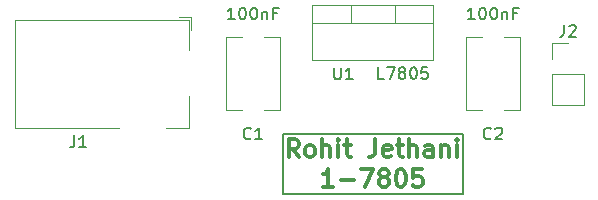
<source format=gto>
G04 #@! TF.GenerationSoftware,KiCad,Pcbnew,(5.0.0)*
G04 #@! TF.CreationDate,2018-09-08T20:06:21+05:30*
G04 #@! TF.ProjectId,1_7805,315F373830352E6B696361645F706362,1.0*
G04 #@! TF.SameCoordinates,Original*
G04 #@! TF.FileFunction,Legend,Top*
G04 #@! TF.FilePolarity,Positive*
%FSLAX46Y46*%
G04 Gerber Fmt 4.6, Leading zero omitted, Abs format (unit mm)*
G04 Created by KiCad (PCBNEW (5.0.0)) date 09/08/18 20:06:21*
%MOMM*%
%LPD*%
G01*
G04 APERTURE LIST*
%ADD10C,0.200000*%
%ADD11C,0.300000*%
%ADD12C,0.120000*%
%ADD13C,0.150000*%
G04 APERTURE END LIST*
D10*
X161290000Y-86360000D02*
X161290000Y-81280000D01*
X176530000Y-86360000D02*
X161290000Y-86360000D01*
X176530000Y-81280000D02*
X176530000Y-86360000D01*
X161290000Y-81280000D02*
X176530000Y-81280000D01*
D11*
X162624285Y-83223571D02*
X162124285Y-82509285D01*
X161767142Y-83223571D02*
X161767142Y-81723571D01*
X162338571Y-81723571D01*
X162481428Y-81795000D01*
X162552857Y-81866428D01*
X162624285Y-82009285D01*
X162624285Y-82223571D01*
X162552857Y-82366428D01*
X162481428Y-82437857D01*
X162338571Y-82509285D01*
X161767142Y-82509285D01*
X163481428Y-83223571D02*
X163338571Y-83152142D01*
X163267142Y-83080714D01*
X163195714Y-82937857D01*
X163195714Y-82509285D01*
X163267142Y-82366428D01*
X163338571Y-82295000D01*
X163481428Y-82223571D01*
X163695714Y-82223571D01*
X163838571Y-82295000D01*
X163910000Y-82366428D01*
X163981428Y-82509285D01*
X163981428Y-82937857D01*
X163910000Y-83080714D01*
X163838571Y-83152142D01*
X163695714Y-83223571D01*
X163481428Y-83223571D01*
X164624285Y-83223571D02*
X164624285Y-81723571D01*
X165267142Y-83223571D02*
X165267142Y-82437857D01*
X165195714Y-82295000D01*
X165052857Y-82223571D01*
X164838571Y-82223571D01*
X164695714Y-82295000D01*
X164624285Y-82366428D01*
X165981428Y-83223571D02*
X165981428Y-82223571D01*
X165981428Y-81723571D02*
X165910000Y-81795000D01*
X165981428Y-81866428D01*
X166052857Y-81795000D01*
X165981428Y-81723571D01*
X165981428Y-81866428D01*
X166481428Y-82223571D02*
X167052857Y-82223571D01*
X166695714Y-81723571D02*
X166695714Y-83009285D01*
X166767142Y-83152142D01*
X166910000Y-83223571D01*
X167052857Y-83223571D01*
X169124285Y-81723571D02*
X169124285Y-82795000D01*
X169052857Y-83009285D01*
X168910000Y-83152142D01*
X168695714Y-83223571D01*
X168552857Y-83223571D01*
X170410000Y-83152142D02*
X170267142Y-83223571D01*
X169981428Y-83223571D01*
X169838571Y-83152142D01*
X169767142Y-83009285D01*
X169767142Y-82437857D01*
X169838571Y-82295000D01*
X169981428Y-82223571D01*
X170267142Y-82223571D01*
X170410000Y-82295000D01*
X170481428Y-82437857D01*
X170481428Y-82580714D01*
X169767142Y-82723571D01*
X170910000Y-82223571D02*
X171481428Y-82223571D01*
X171124285Y-81723571D02*
X171124285Y-83009285D01*
X171195714Y-83152142D01*
X171338571Y-83223571D01*
X171481428Y-83223571D01*
X171981428Y-83223571D02*
X171981428Y-81723571D01*
X172624285Y-83223571D02*
X172624285Y-82437857D01*
X172552857Y-82295000D01*
X172410000Y-82223571D01*
X172195714Y-82223571D01*
X172052857Y-82295000D01*
X171981428Y-82366428D01*
X173981428Y-83223571D02*
X173981428Y-82437857D01*
X173910000Y-82295000D01*
X173767142Y-82223571D01*
X173481428Y-82223571D01*
X173338571Y-82295000D01*
X173981428Y-83152142D02*
X173838571Y-83223571D01*
X173481428Y-83223571D01*
X173338571Y-83152142D01*
X173267142Y-83009285D01*
X173267142Y-82866428D01*
X173338571Y-82723571D01*
X173481428Y-82652142D01*
X173838571Y-82652142D01*
X173981428Y-82580714D01*
X174695714Y-82223571D02*
X174695714Y-83223571D01*
X174695714Y-82366428D02*
X174767142Y-82295000D01*
X174910000Y-82223571D01*
X175124285Y-82223571D01*
X175267142Y-82295000D01*
X175338571Y-82437857D01*
X175338571Y-83223571D01*
X176052857Y-83223571D02*
X176052857Y-82223571D01*
X176052857Y-81723571D02*
X175981428Y-81795000D01*
X176052857Y-81866428D01*
X176124285Y-81795000D01*
X176052857Y-81723571D01*
X176052857Y-81866428D01*
X165552857Y-85773571D02*
X164695714Y-85773571D01*
X165124285Y-85773571D02*
X165124285Y-84273571D01*
X164981428Y-84487857D01*
X164838571Y-84630714D01*
X164695714Y-84702142D01*
X166195714Y-85202142D02*
X167338571Y-85202142D01*
X167910000Y-84273571D02*
X168910000Y-84273571D01*
X168267142Y-85773571D01*
X169695714Y-84916428D02*
X169552857Y-84845000D01*
X169481428Y-84773571D01*
X169410000Y-84630714D01*
X169410000Y-84559285D01*
X169481428Y-84416428D01*
X169552857Y-84345000D01*
X169695714Y-84273571D01*
X169981428Y-84273571D01*
X170124285Y-84345000D01*
X170195714Y-84416428D01*
X170267142Y-84559285D01*
X170267142Y-84630714D01*
X170195714Y-84773571D01*
X170124285Y-84845000D01*
X169981428Y-84916428D01*
X169695714Y-84916428D01*
X169552857Y-84987857D01*
X169481428Y-85059285D01*
X169410000Y-85202142D01*
X169410000Y-85487857D01*
X169481428Y-85630714D01*
X169552857Y-85702142D01*
X169695714Y-85773571D01*
X169981428Y-85773571D01*
X170124285Y-85702142D01*
X170195714Y-85630714D01*
X170267142Y-85487857D01*
X170267142Y-85202142D01*
X170195714Y-85059285D01*
X170124285Y-84987857D01*
X169981428Y-84916428D01*
X171195714Y-84273571D02*
X171338571Y-84273571D01*
X171481428Y-84345000D01*
X171552857Y-84416428D01*
X171624285Y-84559285D01*
X171695714Y-84845000D01*
X171695714Y-85202142D01*
X171624285Y-85487857D01*
X171552857Y-85630714D01*
X171481428Y-85702142D01*
X171338571Y-85773571D01*
X171195714Y-85773571D01*
X171052857Y-85702142D01*
X170981428Y-85630714D01*
X170910000Y-85487857D01*
X170838571Y-85202142D01*
X170838571Y-84845000D01*
X170910000Y-84559285D01*
X170981428Y-84416428D01*
X171052857Y-84345000D01*
X171195714Y-84273571D01*
X173052857Y-84273571D02*
X172338571Y-84273571D01*
X172267142Y-84987857D01*
X172338571Y-84916428D01*
X172481428Y-84845000D01*
X172838571Y-84845000D01*
X172981428Y-84916428D01*
X173052857Y-84987857D01*
X173124285Y-85130714D01*
X173124285Y-85487857D01*
X173052857Y-85630714D01*
X172981428Y-85702142D01*
X172838571Y-85773571D01*
X172481428Y-85773571D01*
X172338571Y-85702142D01*
X172267142Y-85630714D01*
D12*
G04 #@! TO.C,C1*
X161071000Y-73040000D02*
X161071000Y-79280000D01*
X156429000Y-73040000D02*
X156429000Y-79280000D01*
X161071000Y-73040000D02*
X159675000Y-73040000D01*
X157825000Y-73040000D02*
X156429000Y-73040000D01*
X161071000Y-79280000D02*
X159675000Y-79280000D01*
X157825000Y-79280000D02*
X156429000Y-79280000D01*
G04 #@! TO.C,C2*
X178145000Y-79280000D02*
X176749000Y-79280000D01*
X181391000Y-79280000D02*
X179995000Y-79280000D01*
X178145000Y-73040000D02*
X176749000Y-73040000D01*
X181391000Y-73040000D02*
X179995000Y-73040000D01*
X176749000Y-73040000D02*
X176749000Y-79280000D01*
X181391000Y-73040000D02*
X181391000Y-79280000D01*
G04 #@! TO.C,J1*
X153500000Y-72450000D02*
X153500000Y-71400000D01*
X152450000Y-71400000D02*
X153500000Y-71400000D01*
X147400000Y-80800000D02*
X138600000Y-80800000D01*
X138600000Y-80800000D02*
X138600000Y-71600000D01*
X153300000Y-78100000D02*
X153300000Y-80800000D01*
X153300000Y-80800000D02*
X151400000Y-80800000D01*
X138600000Y-71600000D02*
X153300000Y-71600000D01*
X153300000Y-71600000D02*
X153300000Y-74200000D01*
G04 #@! TO.C,J2*
X184090000Y-78800000D02*
X186750000Y-78800000D01*
X184090000Y-76200000D02*
X184090000Y-78800000D01*
X186750000Y-76200000D02*
X186750000Y-78800000D01*
X184090000Y-76200000D02*
X186750000Y-76200000D01*
X184090000Y-74930000D02*
X184090000Y-73600000D01*
X184090000Y-73600000D02*
X185420000Y-73600000D01*
G04 #@! TO.C,U1*
X163790000Y-70390000D02*
X174030000Y-70390000D01*
X163790000Y-75031000D02*
X174030000Y-75031000D01*
X163790000Y-70390000D02*
X163790000Y-75031000D01*
X174030000Y-70390000D02*
X174030000Y-75031000D01*
X163790000Y-71900000D02*
X174030000Y-71900000D01*
X167060000Y-70390000D02*
X167060000Y-71900000D01*
X170761000Y-70390000D02*
X170761000Y-71900000D01*
G04 #@! TO.C,C1*
D13*
X158583333Y-81637142D02*
X158535714Y-81684761D01*
X158392857Y-81732380D01*
X158297619Y-81732380D01*
X158154761Y-81684761D01*
X158059523Y-81589523D01*
X158011904Y-81494285D01*
X157964285Y-81303809D01*
X157964285Y-81160952D01*
X158011904Y-80970476D01*
X158059523Y-80875238D01*
X158154761Y-80780000D01*
X158297619Y-80732380D01*
X158392857Y-80732380D01*
X158535714Y-80780000D01*
X158583333Y-80827619D01*
X159535714Y-81732380D02*
X158964285Y-81732380D01*
X159250000Y-81732380D02*
X159250000Y-80732380D01*
X159154761Y-80875238D01*
X159059523Y-80970476D01*
X158964285Y-81018095D01*
X157202380Y-71572380D02*
X156630952Y-71572380D01*
X156916666Y-71572380D02*
X156916666Y-70572380D01*
X156821428Y-70715238D01*
X156726190Y-70810476D01*
X156630952Y-70858095D01*
X157821428Y-70572380D02*
X157916666Y-70572380D01*
X158011904Y-70620000D01*
X158059523Y-70667619D01*
X158107142Y-70762857D01*
X158154761Y-70953333D01*
X158154761Y-71191428D01*
X158107142Y-71381904D01*
X158059523Y-71477142D01*
X158011904Y-71524761D01*
X157916666Y-71572380D01*
X157821428Y-71572380D01*
X157726190Y-71524761D01*
X157678571Y-71477142D01*
X157630952Y-71381904D01*
X157583333Y-71191428D01*
X157583333Y-70953333D01*
X157630952Y-70762857D01*
X157678571Y-70667619D01*
X157726190Y-70620000D01*
X157821428Y-70572380D01*
X158773809Y-70572380D02*
X158869047Y-70572380D01*
X158964285Y-70620000D01*
X159011904Y-70667619D01*
X159059523Y-70762857D01*
X159107142Y-70953333D01*
X159107142Y-71191428D01*
X159059523Y-71381904D01*
X159011904Y-71477142D01*
X158964285Y-71524761D01*
X158869047Y-71572380D01*
X158773809Y-71572380D01*
X158678571Y-71524761D01*
X158630952Y-71477142D01*
X158583333Y-71381904D01*
X158535714Y-71191428D01*
X158535714Y-70953333D01*
X158583333Y-70762857D01*
X158630952Y-70667619D01*
X158678571Y-70620000D01*
X158773809Y-70572380D01*
X159535714Y-70905714D02*
X159535714Y-71572380D01*
X159535714Y-71000952D02*
X159583333Y-70953333D01*
X159678571Y-70905714D01*
X159821428Y-70905714D01*
X159916666Y-70953333D01*
X159964285Y-71048571D01*
X159964285Y-71572380D01*
X160773809Y-71048571D02*
X160440476Y-71048571D01*
X160440476Y-71572380D02*
X160440476Y-70572380D01*
X160916666Y-70572380D01*
G04 #@! TO.C,C2*
X178903333Y-81637142D02*
X178855714Y-81684761D01*
X178712857Y-81732380D01*
X178617619Y-81732380D01*
X178474761Y-81684761D01*
X178379523Y-81589523D01*
X178331904Y-81494285D01*
X178284285Y-81303809D01*
X178284285Y-81160952D01*
X178331904Y-80970476D01*
X178379523Y-80875238D01*
X178474761Y-80780000D01*
X178617619Y-80732380D01*
X178712857Y-80732380D01*
X178855714Y-80780000D01*
X178903333Y-80827619D01*
X179284285Y-80827619D02*
X179331904Y-80780000D01*
X179427142Y-80732380D01*
X179665238Y-80732380D01*
X179760476Y-80780000D01*
X179808095Y-80827619D01*
X179855714Y-80922857D01*
X179855714Y-81018095D01*
X179808095Y-81160952D01*
X179236666Y-81732380D01*
X179855714Y-81732380D01*
X177522380Y-71572380D02*
X176950952Y-71572380D01*
X177236666Y-71572380D02*
X177236666Y-70572380D01*
X177141428Y-70715238D01*
X177046190Y-70810476D01*
X176950952Y-70858095D01*
X178141428Y-70572380D02*
X178236666Y-70572380D01*
X178331904Y-70620000D01*
X178379523Y-70667619D01*
X178427142Y-70762857D01*
X178474761Y-70953333D01*
X178474761Y-71191428D01*
X178427142Y-71381904D01*
X178379523Y-71477142D01*
X178331904Y-71524761D01*
X178236666Y-71572380D01*
X178141428Y-71572380D01*
X178046190Y-71524761D01*
X177998571Y-71477142D01*
X177950952Y-71381904D01*
X177903333Y-71191428D01*
X177903333Y-70953333D01*
X177950952Y-70762857D01*
X177998571Y-70667619D01*
X178046190Y-70620000D01*
X178141428Y-70572380D01*
X179093809Y-70572380D02*
X179189047Y-70572380D01*
X179284285Y-70620000D01*
X179331904Y-70667619D01*
X179379523Y-70762857D01*
X179427142Y-70953333D01*
X179427142Y-71191428D01*
X179379523Y-71381904D01*
X179331904Y-71477142D01*
X179284285Y-71524761D01*
X179189047Y-71572380D01*
X179093809Y-71572380D01*
X178998571Y-71524761D01*
X178950952Y-71477142D01*
X178903333Y-71381904D01*
X178855714Y-71191428D01*
X178855714Y-70953333D01*
X178903333Y-70762857D01*
X178950952Y-70667619D01*
X178998571Y-70620000D01*
X179093809Y-70572380D01*
X179855714Y-70905714D02*
X179855714Y-71572380D01*
X179855714Y-71000952D02*
X179903333Y-70953333D01*
X179998571Y-70905714D01*
X180141428Y-70905714D01*
X180236666Y-70953333D01*
X180284285Y-71048571D01*
X180284285Y-71572380D01*
X181093809Y-71048571D02*
X180760476Y-71048571D01*
X180760476Y-71572380D02*
X180760476Y-70572380D01*
X181236666Y-70572380D01*
G04 #@! TO.C,J1*
X143616666Y-81402380D02*
X143616666Y-82116666D01*
X143569047Y-82259523D01*
X143473809Y-82354761D01*
X143330952Y-82402380D01*
X143235714Y-82402380D01*
X144616666Y-82402380D02*
X144045238Y-82402380D01*
X144330952Y-82402380D02*
X144330952Y-81402380D01*
X144235714Y-81545238D01*
X144140476Y-81640476D01*
X144045238Y-81688095D01*
G04 #@! TO.C,J2*
X185086666Y-72052380D02*
X185086666Y-72766666D01*
X185039047Y-72909523D01*
X184943809Y-73004761D01*
X184800952Y-73052380D01*
X184705714Y-73052380D01*
X185515238Y-72147619D02*
X185562857Y-72100000D01*
X185658095Y-72052380D01*
X185896190Y-72052380D01*
X185991428Y-72100000D01*
X186039047Y-72147619D01*
X186086666Y-72242857D01*
X186086666Y-72338095D01*
X186039047Y-72480952D01*
X185467619Y-73052380D01*
X186086666Y-73052380D01*
G04 #@! TO.C,U1*
X165608095Y-75652380D02*
X165608095Y-76461904D01*
X165655714Y-76557142D01*
X165703333Y-76604761D01*
X165798571Y-76652380D01*
X165989047Y-76652380D01*
X166084285Y-76604761D01*
X166131904Y-76557142D01*
X166179523Y-76461904D01*
X166179523Y-75652380D01*
X167179523Y-76652380D02*
X166608095Y-76652380D01*
X166893809Y-76652380D02*
X166893809Y-75652380D01*
X166798571Y-75795238D01*
X166703333Y-75890476D01*
X166608095Y-75938095D01*
X169854761Y-76612380D02*
X169378571Y-76612380D01*
X169378571Y-75612380D01*
X170092857Y-75612380D02*
X170759523Y-75612380D01*
X170330952Y-76612380D01*
X171283333Y-76040952D02*
X171188095Y-75993333D01*
X171140476Y-75945714D01*
X171092857Y-75850476D01*
X171092857Y-75802857D01*
X171140476Y-75707619D01*
X171188095Y-75660000D01*
X171283333Y-75612380D01*
X171473809Y-75612380D01*
X171569047Y-75660000D01*
X171616666Y-75707619D01*
X171664285Y-75802857D01*
X171664285Y-75850476D01*
X171616666Y-75945714D01*
X171569047Y-75993333D01*
X171473809Y-76040952D01*
X171283333Y-76040952D01*
X171188095Y-76088571D01*
X171140476Y-76136190D01*
X171092857Y-76231428D01*
X171092857Y-76421904D01*
X171140476Y-76517142D01*
X171188095Y-76564761D01*
X171283333Y-76612380D01*
X171473809Y-76612380D01*
X171569047Y-76564761D01*
X171616666Y-76517142D01*
X171664285Y-76421904D01*
X171664285Y-76231428D01*
X171616666Y-76136190D01*
X171569047Y-76088571D01*
X171473809Y-76040952D01*
X172283333Y-75612380D02*
X172378571Y-75612380D01*
X172473809Y-75660000D01*
X172521428Y-75707619D01*
X172569047Y-75802857D01*
X172616666Y-75993333D01*
X172616666Y-76231428D01*
X172569047Y-76421904D01*
X172521428Y-76517142D01*
X172473809Y-76564761D01*
X172378571Y-76612380D01*
X172283333Y-76612380D01*
X172188095Y-76564761D01*
X172140476Y-76517142D01*
X172092857Y-76421904D01*
X172045238Y-76231428D01*
X172045238Y-75993333D01*
X172092857Y-75802857D01*
X172140476Y-75707619D01*
X172188095Y-75660000D01*
X172283333Y-75612380D01*
X173521428Y-75612380D02*
X173045238Y-75612380D01*
X172997619Y-76088571D01*
X173045238Y-76040952D01*
X173140476Y-75993333D01*
X173378571Y-75993333D01*
X173473809Y-76040952D01*
X173521428Y-76088571D01*
X173569047Y-76183809D01*
X173569047Y-76421904D01*
X173521428Y-76517142D01*
X173473809Y-76564761D01*
X173378571Y-76612380D01*
X173140476Y-76612380D01*
X173045238Y-76564761D01*
X172997619Y-76517142D01*
X165608095Y-75652380D02*
X165608095Y-76461904D01*
X165655714Y-76557142D01*
X165703333Y-76604761D01*
X165798571Y-76652380D01*
X165989047Y-76652380D01*
X166084285Y-76604761D01*
X166131904Y-76557142D01*
X166179523Y-76461904D01*
X166179523Y-75652380D01*
X167179523Y-76652380D02*
X166608095Y-76652380D01*
X166893809Y-76652380D02*
X166893809Y-75652380D01*
X166798571Y-75795238D01*
X166703333Y-75890476D01*
X166608095Y-75938095D01*
G04 #@! TD*
M02*

</source>
